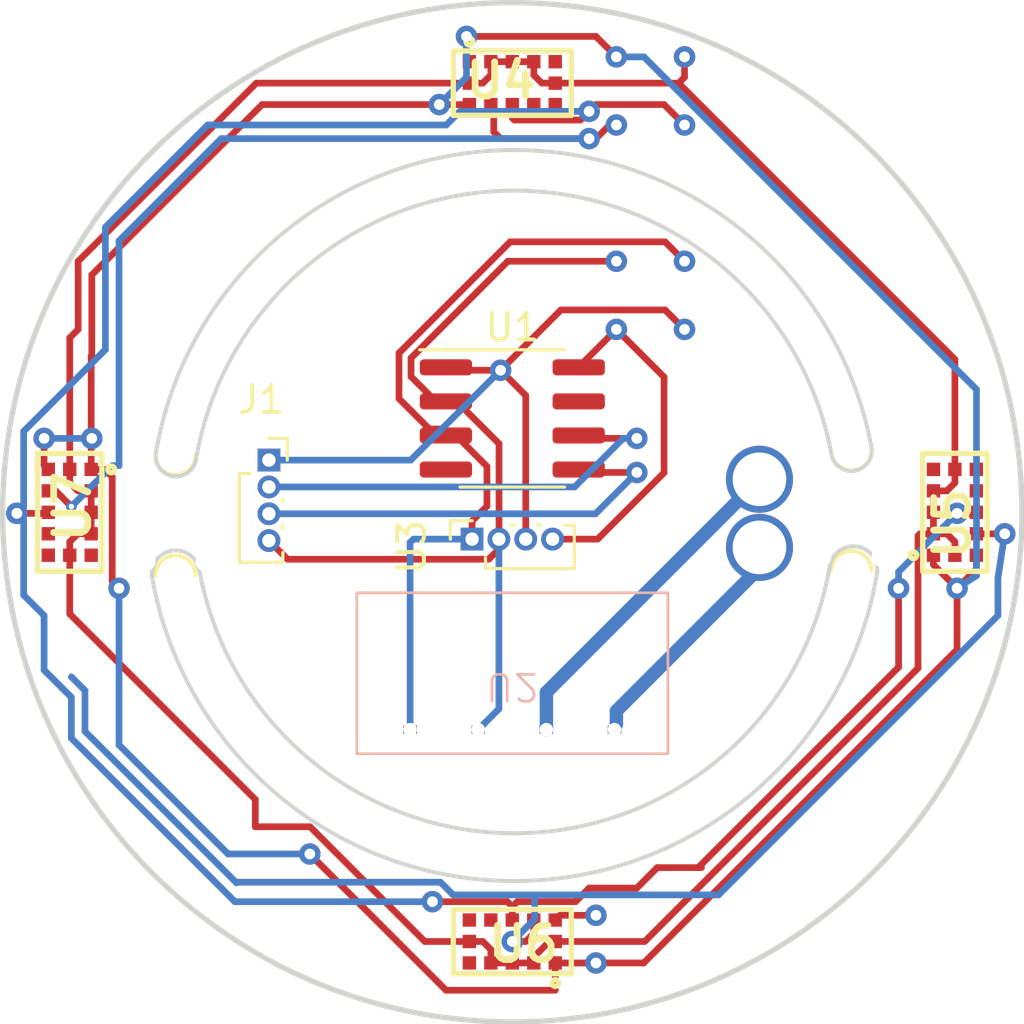
<source format=kicad_pcb>
(kicad_pcb (version 20221018) (generator pcbnew)
  (layers (0 "F.Cu" signal) (31 "B.Cu" signal) (34 "B.Paste" user) (35 "F.Paste" user) (36 "B.SilkS" user "B.Silkscreen") (37 "F.SilkS" user "F.Silkscreen") (38 "B.Mask" user) (39 "F.Mask" user) (44 "Edge.Cuts" user))
  (net 0 "")
  (net 1 "SDA")
  (net 2 "3.3V")
  (net 3 "INTERNAL_GND")
  (net 6 "SCL")
  (net 7 "+12V")
  (net 8 "GND")
  (net 21 "/RX1")
  (net 22 "/TX1")
  (footprint "KiCad:LGA12_1" (layer "F.Cu") (at 195.5 50 90)
    (fp_text reference "U5" (at -0.418 -0.096 90) (layer "F.SilkS") (effects (font (size 1.27 1.27) (thickness 0.254))))
    (fp_text value "VL53L0CXV0DH_1" hide)
    (fp_line (start -2.2 -1.2) (end 2.2 -1.2) (stroke (width 0.2)) (layer "F.SilkS"))
    (fp_line (start -2.2 1.2) (end -2.2 -1.2) (stroke (width 0.2)) (layer "F.SilkS"))
    (fp_line (start 2.2 -1.2) (end 2.2 1.2) (stroke (width 0.2)) (layer "F.SilkS"))
    (fp_line (start 2.2 1.2) (end -2.2 1.2) (stroke (width 0.2)) (layer "F.SilkS"))
    (fp_circle (center -1.599 -1.548) (end -1.599 -1.52423) (stroke (width 0.2)) (fill none) (layer "F.SilkS"))
    (pad "1" smd rect (at -1.6 -0.8 180) (size 0.5 0.5) (layers "F.Cu" "F.Paste" "F.Mask") (net 2 "3.3V"))
    (pad "2" smd rect (at -0.8 -0.8 180) (size 0.5 0.5) (layers "F.Cu" "F.Paste" "F.Mask") (net 3 "INTERNAL_GND"))
    (pad "3" smd rect (at 0 -0.8 180) (size 0.5 0.5) (layers "F.Cu" "F.Paste" "F.Mask") (net 3 "INTERNAL_GND"))
    (pad "4" smd rect (at 0.8 -0.8 180) (size 0.5 0.5) (layers "F.Cu" "F.Paste" "F.Mask") (net 3 "INTERNAL_GND"))
    (pad "5" smd rect (at 1.6 -0.8 180) (size 0.5 0.5) (layers "F.Cu" "F.Paste" "F.Mask"))
    (pad "6" smd rect (at 1.6 0 180) (size 0.5 0.5) (layers "F.Cu" "F.Paste" "F.Mask") (net 3 "INTERNAL_GND"))
    (pad "7" smd rect (at 1.6 0.8 180) (size 0.5 0.5) (layers "F.Cu" "F.Paste" "F.Mask"))
    (pad "8" smd rect (at 0.8 0.8 180) (size 0.5 0.5) (layers "F.Cu" "F.Paste" "F.Mask"))
    (pad "9" smd rect (at 0 0.8 180) (size 0.5 0.5) (layers "F.Cu" "F.Paste" "F.Mask") (net 1 "SDA"))
    (pad "10" smd rect (at -0.8 0.8 180) (size 0.5 0.5) (layers "F.Cu" "F.Paste" "F.Mask") (net 6 "SCL"))
    (pad "11" smd rect (at -1.6 0.8 180) (size 0.5 0.5) (layers "F.Cu" "F.Paste" "F.Mask") (net 2 "3.3V"))
    (pad "12" smd rect (at -1.6 0 180) (size 0.5 0.5) (layers "F.Cu" "F.Paste" "F.Mask") (net 3 "INTERNAL_GND"))
  )
  (footprint "Package_SO:SOIC-8_3.9x4.9mm_P1.27mm" (layer "F.Cu") (at 179 46.5)
    (fp_text reference "U1" (at 0 -3.4) (layer "F.SilkS"))
    (fp_text value "STM32C011J_4-6_Mx")
    (fp_line (start 0 -2.56) (end -3.45 -2.56) (stroke (width 0.12)) (layer "F.SilkS"))
    (fp_line (start 0 -2.56) (end 1.95 -2.56) (stroke (width 0.12)) (layer "F.SilkS"))
    (fp_line (start 0 2.56) (end -1.95 2.56) (stroke (width 0.12)) (layer "F.SilkS"))
    (fp_line (start 0 2.56) (end 1.95 2.56) (stroke (width 0.12)) (layer "F.SilkS"))
    (pad "1" smd roundrect (at -2.475 -1.905) (size 1.95 0.6) (layers "F.Cu" "F.Paste" "F.Mask") (net 1 "SDA"))
    (pad "2" smd roundrect (at -2.475 -0.635) (size 1.95 0.6) (layers "F.Cu" "F.Paste" "F.Mask") (net 2 "3.3V"))
    (pad "3" smd roundrect (at -2.475 0.635) (size 1.95 0.6) (layers "F.Cu" "F.Paste" "F.Mask") (net 3 "INTERNAL_GND"))
    (pad "4" smd roundrect (at -2.475 1.905) (size 1.95 0.6) (layers "F.Cu" "F.Paste" "F.Mask"))
    (pad "5" smd roundrect (at 2.475 1.905) (size 1.95 0.6) (layers "F.Cu" "F.Paste" "F.Mask") (net 22 "/TX1"))
    (pad "6" smd roundrect (at 2.475 0.635) (size 1.95 0.6) (layers "F.Cu" "F.Paste" "F.Mask") (net 21 "/RX1"))
    (pad "7" smd roundrect (at 2.475 -0.635) (size 1.95 0.6) (layers "F.Cu" "F.Paste" "F.Mask"))
    (pad "8" smd roundrect (at 2.475 -1.905) (size 1.95 0.6) (layers "F.Cu" "F.Paste" "F.Mask") (net 6 "SCL"))
  )
  (footprint "Panelization:mouse-bite-1.5mm-slot" (layer "F.Cu") (at 191.642654 49.937835 -90)
    (fp_text reference "mouse-bite-1.5mm-slot" hide)
    (fp_text value "VAL**" hide)
    (fp_arc (start -2.25 -0.75) (mid -1.5 0) (end -2.25 0.75) (stroke (width 0.15)) (layer "F.SilkS"))
    (fp_arc (start 2.25 0.75) (mid 1.5 0) (end 2.25 -0.75) (stroke (width 0.15)) (layer "F.SilkS"))
    (pad "" np_thru_hole circle (at -1.725 -1.125 270) (size 0.75 0.75) (drill 0.75) (layers "F&B.Cu" "*.Mask"))
    (pad "" np_thru_hole circle (at -1.725 1.125 270) (size 0.75 0.75) (drill 0.75) (layers "F&B.Cu" "*.Mask"))
    (pad "" np_thru_hole circle (at -0.525 -1.5 270) (size 0.75 0.75) (drill 0.75) (layers "F&B.Cu" "*.Mask"))
    (pad "" np_thru_hole circle (at -0.525 1.5 270) (size 0.75 0.75) (drill 0.75) (layers "F&B.Cu" "*.Mask"))
    (pad "" np_thru_hole circle (at 0.525 -1.5 270) (size 0.75 0.75) (drill 0.75) (layers "F&B.Cu" "*.Mask"))
    (pad "" np_thru_hole circle (at 0.525 1.5 270) (size 0.75 0.75) (drill 0.75) (layers "F&B.Cu" "*.Mask"))
    (pad "" np_thru_hole circle (at 1.725 -1.125 270) (size 0.75 0.75) (drill 0.75) (layers "F&B.Cu" "*.Mask"))
    (pad "" np_thru_hole circle (at 1.725 1.125 270) (size 0.75 0.75) (drill 0.75) (layers "F&B.Cu" "*.Mask"))
  )
  (footprint "Connector_PinSocket_1.00mm:PinSocket_1x04_P1.00mm_Vertical" (layer "F.Cu") (at 177.5 51 90)
    (fp_text reference "U3" (at -0.29 -2.25 90) (layer "F.SilkS"))
    (fp_text value "~")
    (fp_line (start -1.1 0.5) (end -1.1 3.81) (stroke (width 0.12)) (layer "F.SilkS"))
    (fp_line (start -1.1 0.5) (end -0.685 0.5) (stroke (width 0.12)) (layer "F.SilkS"))
    (fp_line (start -1.1 3.81) (end 0.52 3.81) (stroke (width 0.12)) (layer "F.SilkS"))
    (fp_line (start 0 -0.81) (end 0.685 -0.81) (stroke (width 0.12)) (layer "F.SilkS"))
    (fp_line (start 0.52 1.445898) (end 0.52 1.554102) (stroke (width 0.12)) (layer "F.SilkS"))
    (fp_line (start 0.52 2.445898) (end 0.52 2.554102) (stroke (width 0.12)) (layer "F.SilkS"))
    (fp_line (start 0.52 3.445898) (end 0.52 3.81) (stroke (width 0.12)) (layer "F.SilkS"))
    (fp_line (start 0.685 -0.81) (end 0.685 0) (stroke (width 0.12)) (layer "F.SilkS"))
    (pad "1" thru_hole rect (at 0 0 90) (size 0.85 0.85) (drill 0.5) (layers "*.Cu" "*.Mask") (net 3 "INTERNAL_GND"))
    (pad "2" thru_hole oval (at 0 1 90) (size 0.85 0.85) (drill 0.5) (layers "*.Cu" "*.Mask") (net 2 "3.3V"))
    (pad "3" thru_hole oval (at 0 2 90) (size 0.85 0.85) (drill 0.5) (layers "*.Cu" "*.Mask") (net 1 "SDA"))
    (pad "4" thru_hole oval (at 0 3 90) (size 0.85 0.85) (drill 0.5) (layers "*.Cu" "*.Mask") (net 6 "SCL"))
  )
  (footprint "KiCad:LGA12_1" (layer "F.Cu") (at 179 66 180)
    (fp_text reference "U6" (at -0.418 -0.096) (layer "F.SilkS") (effects (font (size 1.27 1.27) (thickness 0.254))))
    (fp_text value "VL53L0CXV0DH_1" hide)
    (fp_line (start -2.2 -1.2) (end 2.2 -1.2) (stroke (width 0.2)) (layer "F.SilkS"))
    (fp_line (start -2.2 1.2) (end -2.2 -1.2) (stroke (width 0.2)) (layer "F.SilkS"))
    (fp_line (start 2.2 -1.2) (end 2.2 1.2) (stroke (width 0.2)) (layer "F.SilkS"))
    (fp_line (start 2.2 1.2) (end -2.2 1.2) (stroke (width 0.2)) (layer "F.SilkS"))
    (fp_circle (center -1.599 -1.548) (end -1.599 -1.52423) (stroke (width 0.2)) (fill none) (layer "F.SilkS"))
    (pad "1" smd rect (at -1.6 -0.8 270) (size 0.5 0.5) (layers "F.Cu" "F.Paste" "F.Mask") (net 2 "3.3V"))
    (pad "2" smd rect (at -0.8 -0.8 270) (size 0.5 0.5) (layers "F.Cu" "F.Paste" "F.Mask") (net 3 "INTERNAL_GND"))
    (pad "3" smd rect (at 0 -0.8 270) (size 0.5 0.5) (layers "F.Cu" "F.Paste" "F.Mask") (net 3 "INTERNAL_GND"))
    (pad "4" smd rect (at 0.8 -0.8 270) (size 0.5 0.5) (layers "F.Cu" "F.Paste" "F.Mask") (net 3 "INTERNAL_GND"))
    (pad "5" smd rect (at 1.6 -0.8 270) (size 0.5 0.5) (layers "F.Cu" "F.Paste" "F.Mask"))
    (pad "6" smd rect (at 1.6 0 270) (size 0.5 0.5) (layers "F.Cu" "F.Paste" "F.Mask") (net 3 "INTERNAL_GND"))
    (pad "7" smd rect (at 1.6 0.8 270) (size 0.5 0.5) (layers "F.Cu" "F.Paste" "F.Mask"))
    (pad "8" smd rect (at 0.8 0.8 270) (size 0.5 0.5) (layers "F.Cu" "F.Paste" "F.Mask"))
    (pad "9" smd rect (at 0 0.8 270) (size 0.5 0.5) (layers "F.Cu" "F.Paste" "F.Mask") (net 1 "SDA"))
    (pad "10" smd rect (at -0.8 0.8 270) (size 0.5 0.5) (layers "F.Cu" "F.Paste" "F.Mask") (net 6 "SCL"))
    (pad "11" smd rect (at -1.6 0.8 270) (size 0.5 0.5) (layers "F.Cu" "F.Paste" "F.Mask") (net 2 "3.3V"))
    (pad "12" smd rect (at -1.6 0 270) (size 0.5 0.5) (layers "F.Cu" "F.Paste" "F.Mask") (net 3 "INTERNAL_GND"))
  )
  (footprint "KiCad:LGA12_1" (layer "F.Cu") (at 179 34)
    (fp_text reference "U4" (at -0.418 -0.096) (layer "F.SilkS") (effects (font (size 1.27 1.27) (thickness 0.254))))
    (fp_text value "VL53L0CXV0DH_1" hide)
    (fp_line (start -2.2 -1.2) (end 2.2 -1.2) (stroke (width 0.2)) (layer "F.SilkS"))
    (fp_line (start -2.2 1.2) (end -2.2 -1.2) (stroke (width 0.2)) (layer "F.SilkS"))
    (fp_line (start 2.2 -1.2) (end 2.2 1.2) (stroke (width 0.2)) (layer "F.SilkS"))
    (fp_line (start 2.2 1.2) (end -2.2 1.2) (stroke (width 0.2)) (layer "F.SilkS"))
    (fp_circle (center -1.599 -1.548) (end -1.599 -1.52423) (stroke (width 0.2)) (fill none) (layer "F.SilkS"))
    (pad "1" smd rect (at -1.6 -0.8 90) (size 0.5 0.5) (layers "F.Cu" "F.Paste" "F.Mask") (net 2 "3.3V"))
    (pad "2" smd rect (at -0.8 -0.8 90) (size 0.5 0.5) (layers "F.Cu" "F.Paste" "F.Mask") (net 3 "INTERNAL_GND"))
    (pad "3" smd rect (at 0 -0.8 90) (size 0.5 0.5) (layers "F.Cu" "F.Paste" "F.Mask") (net 3 "INTERNAL_GND"))
    (pad "4" smd rect (at 0.8 -0.8 90) (size 0.5 0.5) (layers "F.Cu" "F.Paste" "F.Mask") (net 3 "INTERNAL_GND"))
    (pad "5" smd rect (at 1.6 -0.8 90) (size 0.5 0.5) (layers "F.Cu" "F.Paste" "F.Mask"))
    (pad "6" smd rect (at 1.6 0 90) (size 0.5 0.5) (layers "F.Cu" "F.Paste" "F.Mask") (net 3 "INTERNAL_GND"))
    (pad "7" smd rect (at 1.6 0.8 90) (size 0.5 0.5) (layers "F.Cu" "F.Paste" "F.Mask"))
    (pad "8" smd rect (at 0.8 0.8 90) (size 0.5 0.5) (layers "F.Cu" "F.Paste" "F.Mask"))
    (pad "9" smd rect (at 0 0.8 90) (size 0.5 0.5) (layers "F.Cu" "F.Paste" "F.Mask") (net 1 "SDA"))
    (pad "10" smd rect (at -0.8 0.8 90) (size 0.5 0.5) (layers "F.Cu" "F.Paste" "F.Mask") (net 6 "SCL"))
    (pad "11" smd rect (at -1.6 0.8 90) (size 0.5 0.5) (layers "F.Cu" "F.Paste" "F.Mask") (net 2 "3.3V"))
    (pad "12" smd rect (at -1.6 0 90) (size 0.5 0.5) (layers "F.Cu" "F.Paste" "F.Mask") (net 3 "INTERNAL_GND"))
  )
  (footprint "KiCad:LGA12_1" (layer "F.Cu") (at 162.5 50 -90)
    (fp_text reference "U7" (at -0.216 -0.096 90) (layer "F.SilkS") (effects (font (size 1.27 1.27) (thickness 0.254))))
    (fp_text value "VL53L0CXV0DH_1" hide)
    (fp_line (start -2.2 -1.2) (end 2.2 -1.2) (stroke (width 0.2)) (layer "F.SilkS"))
    (fp_line (start -2.2 1.2) (end -2.2 -1.2) (stroke (width 0.2)) (layer "F.SilkS"))
    (fp_line (start 2.2 -1.2) (end 2.2 1.2) (stroke (width 0.2)) (layer "F.SilkS"))
    (fp_line (start 2.2 1.2) (end -2.2 1.2) (stroke (width 0.2)) (layer "F.SilkS"))
    (fp_circle (center -1.599 -1.548) (end -1.599 -1.52423) (stroke (width 0.2)) (fill none) (layer "F.SilkS"))
    (pad "1" smd rect (at -1.6 -0.8) (size 0.5 0.5) (layers "F.Cu" "F.Paste" "F.Mask") (net 2 "3.3V"))
    (pad "2" smd rect (at -0.8 -0.8) (size 0.5 0.5) (layers "F.Cu" "F.Paste" "F.Mask") (net 3 "INTERNAL_GND"))
    (pad "3" smd rect (at 0 -0.8) (size 0.5 0.5) (layers "F.Cu" "F.Paste" "F.Mask") (net 3 "INTERNAL_GND"))
    (pad "4" smd rect (at 0.8 -0.8) (size 0.5 0.5) (layers "F.Cu" "F.Paste" "F.Mask") (net 3 "INTERNAL_GND"))
    (pad "5" smd rect (at 1.6 -0.8) (size 0.5 0.5) (layers "F.Cu" "F.Paste" "F.Mask"))
    (pad "6" smd rect (at 1.6 0) (size 0.5 0.5) (layers "F.Cu" "F.Paste" "F.Mask") (net 3 "INTERNAL_GND"))
    (pad "7" smd rect (at 1.6 0.8) (size 0.5 0.5) (layers "F.Cu" "F.Paste" "F.Mask"))
    (pad "8" smd rect (at 0.8 0.8) (size 0.5 0.5) (layers "F.Cu" "F.Paste" "F.Mask"))
    (pad "9" smd rect (at 0 0.8) (size 0.5 0.5) (layers "F.Cu" "F.Paste" "F.Mask") (net 1 "SDA"))
    (pad "10" smd rect (at -0.8 0.8) (size 0.5 0.5) (layers "F.Cu" "F.Paste" "F.Mask") (net 6 "SCL"))
    (pad "11" smd rect (at -1.6 0.8) (size 0.5 0.5) (layers "F.Cu" "F.Paste" "F.Mask") (net 2 "3.3V"))
    (pad "12" smd rect (at -1.6 0) (size 0.5 0.5) (layers "F.Cu" "F.Paste" "F.Mask") (net 3 "INTERNAL_GND"))
  )
  (footprint "Connector_PinSocket_1.00mm:PinSocket_1x04_P1.00mm_Vertical" (layer "F.Cu") (at 169.926 48.054)
    (fp_text reference "J1" (at -0.29 -2.25) (layer "F.SilkS"))
    (fp_text value "Conn_01x04_Pin")
    (fp_line (start -1.1 0.5) (end -1.1 3.81) (stroke (width 0.12)) (layer "F.SilkS"))
    (fp_line (start -1.1 0.5) (end -0.685 0.5) (stroke (width 0.12)) (layer "F.SilkS"))
    (fp_line (start -1.1 3.81) (end 0.52 3.81) (stroke (width 0.12)) (layer "F.SilkS"))
    (fp_line (start 0 -0.81) (end 0.685 -0.81) (stroke (width 0.12)) (layer "F.SilkS"))
    (fp_line (start 0.52 1.445898) (end 0.52 1.554102) (stroke (width 0.12)) (layer "F.SilkS"))
    (fp_line (start 0.52 2.445898) (end 0.52 2.554102) (stroke (width 0.12)) (layer "F.SilkS"))
    (fp_line (start 0.52 3.445898) (end 0.52 3.81) (stroke (width 0.12)) (layer "F.SilkS"))
    (fp_line (start 0.685 -0.81) (end 0.685 0) (stroke (width 0.12)) (layer "F.SilkS"))
    (pad "1" thru_hole rect (at 0 0) (size 0.85 0.85) (drill 0.5) (layers "*.Cu" "*.Mask") (net 1 "SDA"))
    (pad "2" thru_hole oval (at 0 1) (size 0.85 0.85) (drill 0.5) (layers "*.Cu" "*.Mask") (net 21 "/RX1"))
    (pad "3" thru_hole oval (at 0 2) (size 0.85 0.85) (drill 0.5) (layers "*.Cu" "*.Mask") (net 22 "/TX1"))
    (pad "4" thru_hole oval (at 0 3) (size 0.85 0.85) (drill 0.5) (layers "*.Cu" "*.Mask") (net 2 "3.3V"))
  )
  (footprint "Panelization:mouse-bite-1.5mm-slot" (layer "F.Cu") (at 166.443037 50.106312 90)
    (fp_text reference "mouse-bite-1.5mm-slot" hide)
    (fp_text value "VAL**" hide)
    (fp_arc (start -2.25 -0.75) (mid -1.5 0) (end -2.25 0.75) (stroke (width 0.15)) (layer "F.SilkS"))
    (fp_arc (start 2.25 0.75) (mid 1.5 0) (end 2.25 -0.75) (stroke (width 0.15)) (layer "F.SilkS"))
    (pad "" np_thru_hole circle (at -1.725 -1.125 90) (size 0.75 0.75) (drill 0.75) (layers "*.Cu" "*.Mask"))
    (pad "" np_thru_hole circle (at -1.725 1.125 90) (size 0.75 0.75) (drill 0.75) (layers "*.Cu" "*.Mask"))
    (pad "" np_thru_hole circle (at -0.525 -1.5 90) (size 0.75 0.75) (drill 0.75) (layers "*.Cu" "*.Mask"))
    (pad "" np_thru_hole circle (at -0.525 1.5 90) (size 0.75 0.75) (drill 0.75) (layers "*.Cu" "*.Mask"))
    (pad "" np_thru_hole circle (at 0.525 -1.5 90) (size 0.75 0.75) (drill 0.75) (layers "*.Cu" "*.Mask"))
    (pad "" np_thru_hole circle (at 0.525 1.5 90) (size 0.75 0.75) (drill 0.75) (layers "*.Cu" "*.Mask"))
    (pad "" np_thru_hole circle (at 1.725 -1.125 90) (size 0.75 0.75) (drill 0.75) (layers "*.Cu" "*.Mask"))
    (pad "" np_thru_hole circle (at 1.725 1.125 90) (size 0.75 0.75) (drill 0.75) (layers "*.Cu" "*.Mask"))
  )
  (footprint "Converter_DCDC:IEB01" (layer "B.Cu") (at 179 56)
    (fp_text reference "U2" (at 0 0.5 180 unlocked) (layer "B.SilkS") (effects (font (thickness 0.1)) (justify mirror)))
    (fp_text value "~")
    (fp_rect (start -5.8 3) (end 5.8 -3) (stroke (width 0.1)) (fill none) (layer "B.SilkS"))
    (pad "1" thru_hole rect (at 3.81 2.1) (size 0.5 0.3) (drill 1) (layers "*.Cu" "*.Mask") (net 7 "+12V"))
    (pad "2" thru_hole rect (at 1.27 2.1) (size 0.5 0.3) (drill 1) (layers "*.Cu" "*.Mask") (net 8 "GND"))
    (pad "3" thru_hole rect (at -1.27 2.1) (size 0.5 0.3) (drill 1) (layers "*.Cu" "*.Mask") (net 2 "3.3V"))
    (pad "4" thru_hole rect (at -3.81 2.1) (size 0.5 0.3) (drill 1) (layers "*.Cu" "*.Mask") (net 3 "INTERNAL_GND"))
  )
  (gr_arc (start 165.567408 52.405411) (mid 166.303422 51.429289) (end 167.318204 52.111013) (stroke (width 0.15)) (layer "Edge.Cuts"))
  (gr_arc (start 190.832439 52.00917) (mid 179.120915 61.964352) (end 167.32482 52.109526) (stroke (width 0.15)) (layer "Edge.Cuts"))
  (gr_arc (start 192.603007 52.224861) (mid 179.161547 63.746255) (end 165.567407 52.405411) (stroke (width 0.15)) (layer "Edge.Cuts"))
  (gr_arc (start 190.832439 52.00917) (mid 191.820786 51.270992) (end 192.603008 52.224862) (stroke (width 0.15)) (layer "Edge.Cuts"))
  (gr_arc (start 192.373206 47.493876) (mid 191.759001 48.449395) (end 190.881864 47.727665) (stroke (width 0.15)) (layer "Edge.Cuts"))
  (gr_arc (start 167.215075 47.984802) (mid 178.939348 38.007298) (end 190.87754 47.727831) (stroke (width 0.15)) (layer "Edge.Cuts"))
  (gr_arc (start 167.215074 47.984802) (mid 166.334138 48.652106) (end 165.723651 47.730885) (stroke (width 0.15)) (layer "Edge.Cuts"))
  (gr_arc (start 165.72365 47.730885) (mid 178.949547 36.494245) (end 192.373206 47.493876) (stroke (width 0.15)) (layer "Edge.Cuts"))
  (gr_circle (center 179 50) (end 198 50) (stroke (width 0.2)) (fill none) (layer "Edge.Cuts"))
  (segment (start 176.901751 44.595) (end 176.525 44.595) (width 0.25) (layer "F.Cu") (net 1))
  (segment (start 178.816 64.516) (end 179 64.7) (width 0.25) (layer "F.Cu") (net 1))
  (segment (start 185.42 35.56) (end 184.658 34.798) (width 0.25) (layer "F.Cu") (net 1))
  (segment (start 184.658 34.798) (end 182.118 34.798) (width 0.25) (layer "F.Cu") (net 1))
  (segment (start 181.541 35.375) (end 179.075 35.375) (width 0.25) (layer "F.Cu") (net 1))
  (segment (start 181.356 64.516) (end 181.864 64.008) (width 0.25) (layer "F.Cu") (net 1))
  (segment (start 178.562 44.704) (end 176.634 44.704) (width 0.25) (layer "F.Cu") (net 1))
  (segment (start 193.4005 55.7735) (end 193.4005 52.832) (width 0.25) (layer "F.Cu") (net 1))
  (segment (start 184.695 42.455) (end 180.811 42.455) (width 0.25) (layer "F.Cu") (net 1))
  (segment (start 180.811 42.455) (end 178.562 44.704) (width 0.25) (layer "F.Cu") (net 1))
  (segment (start 176.022 64.516) (end 178.562 64.516) (width 0.25) (layer "F.Cu") (net 1))
  (segment (start 183.642 64.008) (end 184.404 63.246) (width 0.25) (layer "F.Cu") (net 1))
  (segment (start 193.4005 52.832) (end 193.4005 53.086) (width 0.25) (layer "F.Cu") (net 1))
  (segment (start 179.075 35.375) (end 179 35.3) (width 0.25) (layer "F.Cu") (net 1))
  (segment (start 184.404 63.246) (end 185.928 63.246) (width 0.25) (layer "F.Cu") (net 1))
  (segment (start 160.528 50.038) (end 161.662 50.038) (width 0.25) (layer "F.Cu") (net 1))
  (segment (start 179 64.7) (end 179 65.2) (width 0.25) (layer "F.Cu") (net 1))
  (segment (start 181.864 64.008) (end 183.642 64.008) (width 0.25) (layer "F.Cu") (net 1))
  (segment (start 196.262 50.038) (end 196.3 50) (width 0.25) (layer "F.Cu") (net 1))
  (segment (start 185.928 63.246) (end 186.053604 63.246) (width 0.25) (layer "F.Cu") (net 1))
  (segment (start 179 35.3) (end 179 34.8) (width 0.25) (layer "F.Cu") (net 1))
  (segment (start 161.662 50.038) (end 161.7 50) (width 0.25) (layer "F.Cu") (net 1))
  (segment (start 185.928 63.246) (end 193.4005 55.7735) (width 0.25) (layer "F.Cu") (net 1))
  (segment (start 185.42 43.18) (end 184.695 42.455) (width 0.25) (layer "F.Cu") (net 1))
  (segment (start 181.864 35.052) (end 181.541 35.375) (width 0.25) (layer "F.Cu") (net 1))
  (segment (start 195.58 50.038) (end 196.262 50.038) (width 0.25) (layer "F.Cu") (net 1))
  (segment (start 178.562 64.516) (end 178.816 64.516) (width 0.25) (layer "F.Cu") (net 1))
  (segment (start 179 64.7) (end 179.184 64.516) (width 0.25) (layer "F.Cu") (net 1))
  (segment (start 179.5 45.642) (end 178.562 44.704) (width 0.25) (layer "F.Cu") (net 1))
  (segment (start 179.184 64.516) (end 181.356 64.516) (width 0.25) (layer "F.Cu") (net 1))
  (segment (start 179.5 51) (end 179.5 45.642) (width 0.25) (layer "F.Cu") (net 1))
  (segment (start 176.634 44.704) (end 176.525 44.595) (width 0.25) (layer "F.Cu") (net 1))
  (segment (start 182.118 34.798) (end 181.864 35.052) (width 0.25) (layer "F.Cu") (net 1))
  (via (at 160.528 50.038) (size 0.8) (drill 0.4) (layers "F.Cu" "B.Cu") (net 1))
  (via (at 176.022 64.516) (size 0.8) (drill 0.4) (layers "F.Cu" "B.Cu") (net 1))
  (via (at 160.528 50.038) (size 0.8) (drill 0.4) (layers "F.Cu" "B.Cu") (net 1))
  (via (at 185.42 43.18) (size 0.8) (drill 0.4) (layers "F.Cu" "B.Cu") (net 1))
  (via (at 178.562 44.704) (size 0.8) (drill 0.4) (layers "F.Cu" "B.Cu") (net 1))
  (via (at 195.58 50.038) (size 0.8) (drill 0.4) (layers "F.Cu" "B.Cu") (net 1))
  (via (at 181.864 35.052) (size 0.8) (drill 0.4) (layers "F.Cu" "B.Cu") (net 1))
  (via (at 193.4005 52.832) (size 0.8) (drill 0.4) (layers "F.Cu" "B.Cu") (net 1))
  (via (at 185.42 35.56) (size 0.8) (drill 0.4) (layers "F.Cu" "B.Cu") (net 1))
  (segment (start 162.56 56.896) (end 161.544 55.88) (width 0.25) (layer "B.Cu") (net 1))
  (segment (start 160.528 50.038) (end 160.782 49.784) (width 0.25) (layer "B.Cu") (net 1))
  (segment (start 163.83 39.37) (end 167.64 35.56) (width 0.25) (layer "B.Cu") (net 1))
  (segment (start 169.926 48.054) (end 175.212 48.054) (width 0.25) (layer "B.Cu") (net 1))
  (segment (start 160.782 46.980695) (end 163.83 43.932695) (width 0.25) (layer "B.Cu") (net 1))
  (segment (start 193.4005 52.832) (end 193.4005 52.2175) (width 0.25) (layer "B.Cu") (net 1))
  (segment (start 160.782 49.784) (end 160.782 46.980695) (width 0.25) (layer "B.Cu") (net 1))
  (segment (start 175.212 48.054) (end 178.562 44.704) (width 0.25) (layer "B.Cu") (net 1))
  (segment (start 176.022 64.516) (end 168.656 64.516) (width 0.25) (layer "B.Cu") (net 1))
  (segment (start 160.782 53.086) (end 160.782 50.292) (width 0.25) (layer "B.Cu") (net 1))
  (segment (start 177.047305 35.052) (end 181.864 35.052) (width 0.25) (layer "B.Cu") (net 1))
  (segment (start 161.544 53.848) (end 160.782 53.086) (width 0.25) (layer "B.Cu") (net 1))
  (segment (start 162.56 58.42) (end 162.56 56.896) (width 0.25) (layer "B.Cu") (net 1))
  (segment (start 176.539305 35.56) (end 177.047305 35.052) (width 0.25) (layer "B.Cu") (net 1))
  (segment (start 161.544 55.88) (end 161.544 53.848) (width 0.25) (layer "B.Cu") (net 1))
  (segment (start 168.656 64.516) (end 162.56 58.42) (width 0.25) (layer "B.Cu") (net 1))
  (segment (start 160.782 50.292) (end 160.528 50.038) (width 0.25) (layer "B.Cu") (net 1))
  (segment (start 167.64 35.56) (end 176.539305 35.56) (width 0.25) (layer "B.Cu") (net 1))
  (segment (start 193.4005 52.2175) (end 195.58 50.038) (width 0.25) (layer "B.Cu") (net 1))
  (segment (start 163.83 43.932695) (end 163.83 39.37) (width 0.25) (layer "B.Cu") (net 1))
  (segment (start 176.148249 45.865) (end 175.225 44.941751) (width 0.25) (layer "F.Cu") (net 2))
  (segment (start 195.58 52.832) (end 195.58 55.118) (width 0.25) (layer "F.Cu") (net 2))
  (segment (start 180.594 67.818) (end 180.6 67.812) (width 0.25) (layer "F.Cu") (net 2))
  (segment (start 182.118 32.258) (end 177.292 32.258) (width 0.25) (layer "F.Cu") (net 2))
  (segment (start 169.672 34.798) (end 163.322 41.148) (width 0.25) (layer "F.Cu") (net 2))
  (segment (start 177.292 33.092) (end 177.4 33.2) (width 0.25) (layer "F.Cu") (net 2))
  (segment (start 183.896 66.802) (end 183.894 66.8) (width 0.25) (layer "F.Cu") (net 2))
  (segment (start 169.926 51.054) (end 170.622 51.75) (width 0.25) (layer "F.Cu") (net 2))
  (segment (start 171.45 62.738) (end 176.53 67.818) (width 0.25) (layer "F.Cu") (net 2))
  (segment (start 194.7 51.952) (end 194.7 51.6) (width 0.25) (layer "F.Cu") (net 2))
  (segment (start 182.118 66.802) (end 180.602 66.802) (width 0.25) (layer "F.Cu") (net 2))
  (segment (start 195.58 52.832) (end 196.3 52.112) (width 0.25) (layer "F.Cu") (net 2))
  (segment (start 164.338 52.832) (end 164.084 52.832) (width 0.25) (layer "F.Cu") (net 2))
  (segment (start 177.4 34.8) (end 176.278 34.8) (width 0.25) (layer "F.Cu") (net 2))
  (segment (start 163.3 47.266) (end 163.3 48.4) (width 0.25) (layer "F.Cu") (net 2))
  (segment (start 164.084 48.684) (end 164.084 52.578) (width 0.25) (layer "F.Cu") (net 2))
  (segment (start 178.833249 40.64) (end 182.88 40.64) (width 0.25) (layer "F.Cu") (net 2))
  (segment (start 180.776 65.024) (end 180.6 65.2) (width 0.25) (layer "F.Cu") (net 2))
  (segment (start 178.5 51) (end 178.504 50.996) (width 0.25) (layer "F.Cu") (net 2))
  (segment (start 195.58 55.118) (end 183.896 66.802) (width 0.25) (layer "F.Cu") (net 2))
  (segment (start 163.3 48.4) (end 163.8 48.4) (width 0.25) (layer "F.Cu") (net 2))
  (segment (start 163.322 47.244) (end 163.3 47.266) (width 0.25) (layer "F.Cu") (net 2))
  (segment (start 176.929 45.865) (end 176.525 45.865) (width 0.25) (layer "F.Cu") (net 2))
  (segment (start 176.525 45.865) (end 176.148249 45.865) (width 0.25) (layer "F.Cu") (net 2))
  (segment (start 195.58 52.832) (end 194.7 51.952) (width 0.25) (layer "F.Cu") (net 2))
  (segment (start 176.276 34.798) (end 169.672 34.798) (width 0.25) (layer "F.Cu") (net 2))
  (segment (start 178.12 51.75) (end 178.5 51.37) (width 0.25) (layer "F.Cu") (net 2))
  (segment (start 164.084 52.578) (end 164.338 52.832) (width 0.25) (layer "F.Cu") (net 2))
  (segment (start 176.53 67.818) (end 180.594 67.818) (width 0.25) (layer "F.Cu") (net 2))
  (segment (start 178.5 51.37) (end 178.5 51) (width 0.25) (layer "F.Cu") (net 2))
  (segment (start 161.544 48.244) (end 161.7 48.4) (width 0.25) (layer "F.Cu") (net 2))
  (segment (start 182.12 66.8) (end 182.118 66.802) (width 0.25) (layer "F.Cu") (net 2))
  (segment (start 196.3 52.112) (end 196.3 51.6) (width 0.25) (layer "F.Cu") (net 2))
  (segment (start 180.6 67.812) (end 180.6 66.8) (width 0.25) (layer "F.Cu") (net 2))
  (segment (start 170.622 51.75) (end 178.12 51.75) (width 0.25) (layer "F.Cu") (net 2))
  (segment (start 182.88 33.02) (end 182.118 32.258) (width 0.25) (layer "F.Cu") (net 2))
  (segment (start 161.544 47.244) (end 161.544 48.244) (width 0.25) (layer "F.Cu") (net 2))
  (segment (start 180.602 66.802) (end 180.6 66.8) (width 0.25) (layer "F.Cu") (net 2))
  (segment (start 182.118 65.024) (end 180.776 65.024) (width 0.25) (layer "F.Cu") (net 2))
  (segment (start 177.292 32.258) (end 177.292 33.092) (width 0.25) (layer "F.Cu") (net 2))
  (segment (start 163.322 41.148) (end 163.322 44.152) (width 0.25) (layer "F.Cu") (net 2))
  (segment (start 163.3 44.174) (end 163.3 47.222) (width 0.25) (layer "F.Cu") (net 2))
  (segment (start 163.3 47.222) (end 163.322 47.244) (width 0.25) (layer "F.Cu") (net 2))
  (segment (start 163.322 44.152) (end 163.3 44.174) (width 0.25) (layer "F.Cu") (net 2))
  (segment (start 178.504 50.996) (end 178.504 47.44) (width 0.25) (layer "F.Cu") (net 2))
  (segment (start 183.894 66.8) (end 182.12 66.8) (width 0.25) (layer "F.Cu") (net 2))
  (segment (start 178.504 47.44) (end 176.929 45.865) (width 0.25) (layer "F.Cu") (net 2))
  (segment (start 175.225 44.248249) (end 178.833249 40.64) (width 0.25) (layer "F.Cu") (net 2))
  (segment (start 176.276 34.798) (end 176.278 34.8) (width 0.25) (layer "F.Cu") (net 2))
  (segment (start 163.8 48.4) (end 164.084 48.684) (width 0.25) (layer "F.Cu") (net 2))
  (segment (start 175.225 44.941751) (end 175.225 44.248249) (width 0.25) (layer "F.Cu") (net 2))
  (via (at 182.88 40.64) (size 0.8) (drill 0.4) (layers "F.Cu" "B.Cu") (net 2))
  (via (at 171.45 62.738) (size 0.8) (drill 0.4) (layers "F.Cu" "B.Cu") (net 2))
  (via (at 182.118 66.802) (size 0.8) (drill 0.4) (layers "F.Cu" "B.Cu") (net 2))
  (via (at 164.338 52.832) (size 0.8) (drill 0.4) (layers "F.Cu" "B.Cu") (net 2))
  (via (at 182.118 65.024) (size 0.8) (drill 0.4) (layers "F.Cu" "B.Cu") (net 2))
  (via (at 195.58 52.832) (size 0.8) (drill 0.4) (layers "F.Cu" "B.Cu") (net 2))
  (via (at 176.276 34.798) (size 0.8) (drill 0.4) (layers "F.Cu" "B.Cu") (net 2))
  (via (at 163.322 47.244) (size 0.8) (drill 0.4) (layers "F.Cu" "B.Cu") (net 2))
  (via (at 177.292 32.258) (size 0.8) (drill 0.4) (layers "F.Cu" "B.Cu") (net 2))
  (via (at 182.88 33.02) (size 0.8) (drill 0.4) (layers "F.Cu" "B.Cu") (net 2))
  (via (at 161.544 47.244) (size 0.8) (drill 0.4) (layers "F.Cu" "B.Cu") (net 2))
  (segment (start 183.905305 33.02) (end 196.305 45.419695) (width 0.25) (layer "B.Cu") (net 2))
  (segment (start 164.338 52.832) (end 164.338 55.118) (width 0.25) (layer "B.Cu") (net 2))
  (segment (start 195.58 52.832) (end 195.834 52.832) (width 0.25) (layer "B.Cu") (net 2))
  (segment (start 177.292 33.782) (end 177.292 32.258) (width 0.25) (layer "B.Cu") (net 2))
  (segment (start 176.276 34.798) (end 177.292 33.782) (width 0.25) (layer "B.Cu") (net 2))
  (segment (start 178.5 51) (end 178.5 57.33) (width 0.25) (layer "B.Cu") (net 2))
  (segment (start 196.305 45.419695) (end 196.305 52.361) (width 0.25) (layer "B.Cu") (net 2))
  (segment (start 168.402 62.738) (end 171.45 62.738) (width 0.25) (layer "B.Cu") (net 2))
  (segment (start 196.305 52.361) (end 195.58 52.832) (width 0.25) (layer "B.Cu") (net 2))
  (segment (start 178.5 57.33) (end 177.73 58.1) (width 0.25) (layer "B.Cu") (net 2))
  (segment (start 164.338 55.118) (end 164.338 58.674) (width 0.25) (layer "B.Cu") (net 2))
  (segment (start 163.322 47.244) (end 161.544 47.244) (width 0.25) (layer "B.Cu") (net 2))
  (segment (start 182.88 33.02) (end 183.905305 33.02) (width 0.25) (layer "B.Cu") (net 2))
  (segment (start 164.338 58.674) (end 168.402 62.738) (width 0.25) (layer "B.Cu") (net 2))
  (segment (start 162.814 43.18) (end 162.5 43.494) (width 0.25) (layer "F.Cu") (net 3))
  (segment (start 180.6 34) (end 180.1 34) (width 0.25) (layer "F.Cu") (net 3))
  (segment (start 169.418 60.706) (end 169.418 61.722) (width 0.25) (layer "F.Cu") (net 3))
  (segment (start 174.775 44.061853) (end 178.921853 39.915) (width 0.25) (layer "F.Cu") (net 3))
  (segment (start 175.907249 46.894) (end 174.775 45.761751) (width 0.25) (layer "F.Cu") (net 3))
  (segment (start 177.9 34) (end 177.4 34) (width 0.25) (layer "F.Cu") (net 3))
  (segment (start 195.2 50.8) (end 194.7 50.8) (width 0.25) (layer "F.Cu") (net 3))
  (segment (start 178.054 49.771) (end 178.054 48.287249) (width 0.25) (layer "F.Cu") (net 3))
  (segment (start 175.737305 66) (end 177.4 66) (width 0.25) (layer "F.Cu") (net 3))
  (segment (start 194.2 50.8) (end 194.7 50.8) (width 0.25) (layer "F.Cu") (net 3))
  (segment (start 176.901751 47.135) (end 176.525 47.135) (width 0.25) (layer "F.Cu") (net 3))
  (segment (start 179.8 66.8) (end 179.8 66.58) (width 0.25) (layer "F.Cu") (net 3))
  (segment (start 194.125 50.875) (end 194.2 50.8) (width 0.25) (layer "F.Cu") (net 3))
  (segment (start 176.284 46.894) (end 175.907249 46.894) (width 0.25) (layer "F.Cu") (net 3))
  (segment (start 185.42 33.02) (end 185.42 33.782) (width 0.25) (layer "F.Cu") (net 3))
  (segment (start 162.8 49.2) (end 163.3 49.2) (width 0.25) (layer "F.Cu") (net 3))
  (segment (start 195.5 51.1) (end 195.2 50.8) (width 0.25) (layer "F.Cu") (net 3))
  (segment (start 180.6 66) (end 183.936 66) (width 0.25) (layer "F.Cu") (net 3))
  (segment (start 162.5 53.788) (end 169.418 60.706) (width 0.25) (layer "F.Cu") (net 3))
  (segment (start 162.5 51.6) (end 162.5 53.788) (width 0.25) (layer "F.Cu") (net 3))
  (segment (start 176.525 47.135) (end 176.284 46.894) (width 0.25) (layer "F.Cu") (net 3))
  (segment (start 195.5 48.4) (end 195.5 44.298) (width 0.25) (layer "F.Cu") (net 3))
  (segment (start 180.1 34) (end 179.8 33.7) (width 0.25) (layer "F.Cu") (net 3))
  (segment (start 178.921853 39.915) (end 184.695 39.915) (width 0.25) (layer "F.Cu") (net 3))
  (segment (start 178.2 33.7) (end 177.9 34) (width 0.25) (layer "F.Cu") (net 3))
  (segment (start 162.5 43.494) (end 162.5 48.4) (width 0.25) (layer "F.Cu") (net 3))
  (segment (start 179.8 66.8) (end 178.2 66.8) (width 0.25) (layer "F.Cu") (net 3))
  (segment (start 179.8 33.7) (end 179.8 33.2) (width 0.25) (layer "F.Cu") (net 3))
  (segment (start 183.936 66) (end 194.125 55.811) (width 0.25) (layer "F.Cu") (net 3))
  (segment (start 194.7 50.8) (end 194.7 49.2) (width 0.25) (layer "F.Cu") (net 3))
  (segment (start 194.7 49.2) (end 195.2 49.2) (width 0.25) (layer "F.Cu") (net 3))
  (segment (start 178.054 48.287249) (end 176.901751 47.135) (width 0.25) (layer "F.Cu") (net 3))
  (segment (start 179.8 66.58) (end 180.38 66) (width 0.25) (layer "F.Cu") (net 3))
  (segment (start 162.5 48.4) (end 162.5 48.9) (width 0.25) (layer "F.Cu") (net 3))
  (segment (start 163.3 49.2) (end 163.3 50.8) (width 0.25) (layer "F.Cu") (net 3))
  (segment (start 184.695 39.915) (end 185.42 40.64) (width 0.25) (layer "F.Cu") (net 3))
  (segment (start 162.8 50.8) (end 162.5 51.1) (width 0.25) (layer "F.Cu") (net 3))
  (segment (start 178.2 66.3) (end 177.9 66) (width 0.25) (layer "F.Cu") (net 3))
  (segment (start 177.9 66) (end 177.4 66) (width 0.25) (layer "F.Cu") (net 3))
  (segment (start 185.202 34) (end 180.6 34) (width 0.25) (layer "F.Cu") (net 3))
  (segment (start 180.38 66) (end 180.6 66) (width 0.25) (layer "F.Cu") (net 3))
  (segment (start 162.5 51.1) (end 162.5 51.6) (width 0.25) (layer "F.Cu") (net 3))
  (segment (start 185.42 33.782) (end 185.202 34) (width 0.25) (layer "F.Cu") (net 3))
  (segment (start 169.454 34) (end 162.814 40.64) (width 0.25) (layer "F.Cu") (net 3))
  (segment (start 177.5 50.325) (end 178.054 49.771) (width 0.25) (layer "F.Cu") (net 3))
  (segment (start 162.814 40.64) (end 162.814 43.18) (width 0.25) (layer "F.Cu") (net 3))
  (segment (start 163.3 50.8) (end 162.8 50.8) (width 0.25) (layer "F.Cu") (net 3))
  (segment (start 177.4 34) (end 169.454 34) (width 0.25) (layer "F.Cu") (net 3))
  (segment (start 195.2 49.2) (end 195.5 48.9) (width 0.25) (layer "F.Cu") (net 3))
  (segment (start 162.5 48.9) (end 162.8 49.2) (width 0.25) (layer "F.Cu") (net 3))
  (segment (start 195.5 44.298) (end 185.202 34) (width 0.25) (layer "F.Cu") (net 3))
  (segment (start 178.2 33.2) (end 178.2 33.7) (width 0.25) (layer "F.Cu") (net 3))
  (segment (start 171.459305 61.722) (end 175.737305 66) (width 0.25) (layer "F.Cu") (net 3))
  (segment (start 177.5 51) (end 177.5 50.325) (width 0.25) (layer "F.Cu") (net 3))
  (segment (start 179.8 33.2) (end 178.2 33.2) (width 0.25) (layer "F.Cu") (net 3))
  (segment (start 169.418 61.722) (end 171.459305 61.722) (width 0.25) (layer "F.Cu") (net 3))
  (segment (start 194.125 55.811) (end 194.125 50.875) (width 0.25) (layer "F.Cu") (net 3))
  (segment (start 174.775 45.761751) (end 174.775 44.061853) (width 0.25) (layer "F.Cu") (net 3))
  (segment (start 178.2 66.8) (end 178.2 66.3) (width 0.25) (layer "F.Cu") (net 3))
  (segment (start 195.5 48.9) (end 195.5 48.4) (width 0.25) (layer "F.Cu") (net 3))
  (segment (start 195.5 51.6) (end 195.5 51.1) (width 0.25) (layer "F.Cu") (net 3))
  (via (at 185.42 33.02) (size 0.8) (drill 0.4) (layers "F.Cu" "B.Cu") (net 3))
  (via (at 185.42 40.64) (size 0.8) (drill 0.4) (layers "F.Cu" "B.Cu") (net 3))
  (segment (start 177.5 51) (end 175.314 51) (width 0.25) (layer "B.Cu") (net 3))
  (segment (start 175.19 51.124) (end 175.19 58.1) (width 0.25) (layer "B.Cu") (net 3))
  (segment (start 175.314 51) (end 175.19 51.124) (width 0.25) (layer "B.Cu") (net 3))
  (segment (start 182.88 35.56) (end 182.626 35.56) (width 0.25) (layer "F.Cu") (net 6))
  (segment (start 181.864 36.068) (end 178.562 36.068) (width 0.25) (layer "F.Cu") (net 6))
  (segment (start 161.976 49.2) (end 161.7 49.2) (width 0.25) (layer "F.Cu") (net 6))
  (segment (start 178.562 36.068) (end 178.308 35.814) (width 0.25) (layer "F.Cu") (net 6))
  (segment (start 182.118 36.068) (end 181.864 36.068) (width 0.25) (layer "F.Cu") (net 6))
  (segment (start 178.308 35.814) (end 178.308 34.908) (width 0.25) (layer "F.Cu") (net 6))
  (segment (start 184.658 44.958) (end 182.88 43.18) (width 0.25) (layer "F.Cu") (net 6))
  (segment (start 179.5 66) (end 179.8 65.7) (width 0.25) (layer "F.Cu") (net 6))
  (segment (start 197.358 50.8) (end 196.3 50.8) (width 0.25) (layer "F.Cu") (net 6))
  (segment (start 181.475 44.595) (end 181.475 44.585) (width 0.25) (layer "F.Cu") (net 6))
  (segment (start 182.626 35.56) (end 182.118 36.068) (width 0.25) (layer "F.Cu") (net 6))
  (segment (start 182.181305 51) (end 184.658 48.523305) (width 0.25) (layer "F.Cu") (net 6))
  (segment (start 179.8 65.7) (end 179.8 65.2) (width 0.25) (layer "F.Cu") (net 6))
  (segment (start 181.475 44.585) (end 182.88 43.18) (width 0.25) (layer "F.Cu") (net 6))
  (segment (start 179 66) (end 179.5 66) (width 0.25) (layer "F.Cu") (net 6))
  (segment (start 178.308 34.908) (end 178.2 34.8) (width 0.25) (layer "F.Cu") (net 6))
  (segment (start 162.56 49.784) (end 161.976 49.2) (width 0.25) (layer "F.Cu") (net 6))
  (segment (start 180.5 51) (end 182.181305 51) (width 0.25) (layer "F.Cu") (net 6))
  (segment (start 184.658 48.523305) (end 184.658 44.958) (width 0.25) (layer "F.Cu") (net 6))
  (via (at 179 66) (size 0.8) (drill 0.4) (layers "F.Cu" "B.Cu") (net 6))
  (via (at 162.56 49.784) (size 0.4) (drill 0.2) (layers "F.Cu" "B.Cu") (net 6))
  (via (at 182.88 35.56) (size 0.8) (drill 0.4) (layers "F.Cu" "B.Cu") (net 6))
  (via (at 182.88 43.18) (size 0.8) (drill 0.4) (layers "F.Cu" "B.Cu") (net 6))
  (via (at 181.864 36.068) (size 0.8) (drill 0.4) (layers "F.Cu" "B.Cu") (net 6))
  (via (at 197.358 50.8) (size 0.8) (drill 0.4) (layers "F.Cu" "B.Cu") (net 6))
  (segment (start 176.793305 64.262) (end 176.322305 63.791) (width 0.25) (layer "B.Cu") (net 6))
  (segment (start 197.104 53.848) (end 197.104 52.452396) (width 0.25) (layer "B.Cu") (net 6))
  (segment (start 168.148 36.068) (end 164.338 39.878) (width 0.25) (layer "B.Cu") (net 6))
  (segment (start 186.69 64.262) (end 197.104 53.848) (width 0.25) (layer "B.Cu") (net 6))
  (segment (start 168.735 63.791) (end 168.714 63.812) (width 0.25) (layer "B.Cu") (net 6))
  (segment (start 179.832 64.262) (end 176.793305 64.262) (width 0.25) (layer "B.Cu") (net 6))
  (segment (start 179.832 64.262) (end 179.832 65.024) (width 0.25) (layer "B.Cu") (net 6))
  (segment (start 181.864 36.068) (end 168.148 36.068) (width 0.25) (layer "B.Cu") (net 6))
  (segment (start 162.56 56.134) (end 163.068 56.642) (width 0.25) (layer "B.Cu") (net 6))
  (segment (start 164.338 39.878) (end 164.338 48.26) (width 0.25) (layer "B.Cu") (net 6))
  (segment (start 162.56 49.784) (end 164.084 48.26) (width 0.25) (layer "B.Cu") (net 6))
  (segment (start 163.068 56.642) (end 163.068 58.166) (width 0.25) (layer "B.Cu") (net 6))
  (segment (start 164.084 48.26) (end 164.338 48.26) (width 0.25) (layer "B.Cu") (net 6))
  (segment (start 179.832 65.024) (end 179.832 65.168) (width 0.25) (layer "B.Cu") (net 6))
  (segment (start 179.832 65.168) (end 179 66) (width 0.25) (layer "B.Cu") (net 6))
  (segment (start 176.322305 63.791) (end 168.735 63.791) (width 0.25) (layer "B.Cu") (net 6))
  (segment (start 179.832 64.262) (end 186.69 64.262) (width 0.25) (layer "B.Cu") (net 6))
  (segment (start 163.068 58.166) (end 168.714 63.812) (width 0.25) (layer "B.Cu") (net 6))
  (segment (start 197.104 52.452396) (end 197.358 50.8) (width 0.25) (layer "B.Cu") (net 6))
  (segment (start 197.358 50.8) (end 197.104 50.8) (width 0.25) (layer "B.Cu") (net 6))
  (via (at 188.214 51.308) (size 2.5) (drill 2) (layers "F.Cu" "B.Cu") (net 7))
  (segment (start 188.214 51.308) (end 188.214 52.07) (width 0.5) (layer "B.Cu") (net 7))
  (segment (start 188.214 52.07) (end 182.88 57.404) (width 0.5) (layer "B.Cu") (net 7))
  (segment (start 182.88 57.404) (end 182.88 57.912) (width 0.5) (layer "B.Cu") (net 7))
  (via (at 188.214 48.768) (size 2.5) (drill 2) (layers "F.Cu" "B.Cu") (net 8))
  (segment (start 180.27 56.712) (end 180.27 58.1) (width 0.5) (layer "B.Cu") (net 8))
  (segment (start 188.214 48.768) (end 180.27 56.712) (width 0.5) (layer "B.Cu") (net 8))
  (segment (start 183.642 47.244) (end 181.584 47.244) (width 0.25) (layer "F.Cu") (net 21))
  (segment (start 181.584 47.244) (end 181.475 47.135) (width 0.25) (layer "F.Cu") (net 21))
  (via (at 183.642 47.244) (size 0.8) (drill 0.4) (layers "F.Cu" "B.Cu") (net 21))
  (segment (start 169.926 49.054) (end 181.324 49.054) (width 0.25) (layer "B.Cu") (net 21))
  (segment (start 181.324 49.054) (end 183.134 47.244) (width 0.25) (layer "B.Cu") (net 21))
  (segment (start 183.134 47.244) (end 183.642 47.244) (width 0.25) (layer "B.Cu") (net 21))
  (segment (start 183.642 48.514) (end 181.584 48.514) (width 0.25) (layer "F.Cu") (net 22))
  (segment (start 181.584 48.514) (end 181.475 48.405) (width 0.25) (layer "F.Cu") (net 22))
  (via (at 183.642 48.514) (size 0.8) (drill 0.4) (layers "F.Cu" "B.Cu") (net 22))
  (segment (start 169.926 50.054) (end 182.102 50.054) (width 0.25) (layer "B.Cu") (net 22))
  (segment (start 182.102 50.054) (end 183.642 48.514) (width 0.25) (layer "B.Cu") (net 22))
)
</source>
